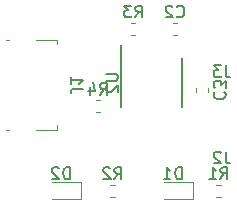
<source format=gbr>
G04 #@! TF.GenerationSoftware,KiCad,Pcbnew,5.1.6-c6e7f7d~87~ubuntu19.10.1*
G04 #@! TF.CreationDate,2020-11-06T01:06:48+01:00*
G04 #@! TF.ProjectId,board_attiny48_88,626f6172-645f-4617-9474-696e7934385f,rev?*
G04 #@! TF.SameCoordinates,Original*
G04 #@! TF.FileFunction,Legend,Bot*
G04 #@! TF.FilePolarity,Positive*
%FSLAX46Y46*%
G04 Gerber Fmt 4.6, Leading zero omitted, Abs format (unit mm)*
G04 Created by KiCad (PCBNEW 5.1.6-c6e7f7d~87~ubuntu19.10.1) date 2020-11-06 01:06:48*
%MOMM*%
%LPD*%
G01*
G04 APERTURE LIST*
%ADD10C,0.120000*%
%ADD11C,0.150000*%
G04 APERTURE END LIST*
D10*
X81275866Y-40793400D02*
X80933332Y-40793400D01*
X81275866Y-41813400D02*
X80933332Y-41813400D01*
D11*
X76554600Y-42697400D02*
X76554600Y-47947400D01*
X81704600Y-43797400D02*
X81704600Y-47947400D01*
D10*
X83939600Y-46649667D02*
X83939600Y-46307133D01*
X82919600Y-46649667D02*
X82919600Y-46307133D01*
X82614600Y-55732400D02*
X80154600Y-55732400D01*
X82614600Y-54262400D02*
X82614600Y-55732400D01*
X80154600Y-54262400D02*
X82614600Y-54262400D01*
X70679600Y-54268400D02*
X73139600Y-54268400D01*
X73139600Y-54268400D02*
X73139600Y-55738400D01*
X73139600Y-55738400D02*
X70679600Y-55738400D01*
X71153600Y-42238400D02*
X71153600Y-42618400D01*
X67103600Y-42238400D02*
X66843600Y-42238400D01*
X71153600Y-42238400D02*
X69383600Y-42238400D01*
X71153600Y-49858400D02*
X71153600Y-49478400D01*
X69383600Y-49858400D02*
X71153600Y-49858400D01*
X66843600Y-49858400D02*
X67103600Y-49858400D01*
X84975867Y-54487400D02*
X84633333Y-54487400D01*
X84975867Y-55507400D02*
X84633333Y-55507400D01*
X76000867Y-55513400D02*
X75658333Y-55513400D01*
X76000867Y-54493400D02*
X75658333Y-54493400D01*
X77775866Y-41813400D02*
X77433332Y-41813400D01*
X77775866Y-40793400D02*
X77433332Y-40793400D01*
X74775867Y-47343400D02*
X74433333Y-47343400D01*
X74775867Y-48363400D02*
X74433333Y-48363400D01*
D11*
X85412933Y-44395780D02*
X85412933Y-45110066D01*
X85460552Y-45252923D01*
X85555790Y-45348161D01*
X85698647Y-45395780D01*
X85793885Y-45395780D01*
X85031980Y-44395780D02*
X84412933Y-44395780D01*
X84746266Y-44776733D01*
X84603409Y-44776733D01*
X84508171Y-44824352D01*
X84460552Y-44871971D01*
X84412933Y-44967209D01*
X84412933Y-45205304D01*
X84460552Y-45300542D01*
X84508171Y-45348161D01*
X84603409Y-45395780D01*
X84889123Y-45395780D01*
X84984361Y-45348161D01*
X85031980Y-45300542D01*
X85412933Y-51695780D02*
X85412933Y-52410066D01*
X85460552Y-52552923D01*
X85555790Y-52648161D01*
X85698647Y-52695780D01*
X85793885Y-52695780D01*
X84984361Y-51791019D02*
X84936742Y-51743400D01*
X84841504Y-51695780D01*
X84603409Y-51695780D01*
X84508171Y-51743400D01*
X84460552Y-51791019D01*
X84412933Y-51886257D01*
X84412933Y-51981495D01*
X84460552Y-52124352D01*
X85031980Y-52695780D01*
X84412933Y-52695780D01*
X81271265Y-40230542D02*
X81318884Y-40278161D01*
X81461741Y-40325780D01*
X81556979Y-40325780D01*
X81699837Y-40278161D01*
X81795075Y-40182923D01*
X81842694Y-40087685D01*
X81890313Y-39897209D01*
X81890313Y-39754352D01*
X81842694Y-39563876D01*
X81795075Y-39468638D01*
X81699837Y-39373400D01*
X81556979Y-39325780D01*
X81461741Y-39325780D01*
X81318884Y-39373400D01*
X81271265Y-39421019D01*
X80890313Y-39421019D02*
X80842694Y-39373400D01*
X80747456Y-39325780D01*
X80509360Y-39325780D01*
X80414122Y-39373400D01*
X80366503Y-39421019D01*
X80318884Y-39516257D01*
X80318884Y-39611495D01*
X80366503Y-39754352D01*
X80937932Y-40325780D01*
X80318884Y-40325780D01*
X75281980Y-45110495D02*
X76091504Y-45110495D01*
X76186742Y-45158114D01*
X76234361Y-45205733D01*
X76281980Y-45300971D01*
X76281980Y-45491447D01*
X76234361Y-45586685D01*
X76186742Y-45634304D01*
X76091504Y-45681923D01*
X75281980Y-45681923D01*
X75377219Y-46110495D02*
X75329600Y-46158114D01*
X75281980Y-46253352D01*
X75281980Y-46491447D01*
X75329600Y-46586685D01*
X75377219Y-46634304D01*
X75472457Y-46681923D01*
X75567695Y-46681923D01*
X75710552Y-46634304D01*
X76281980Y-46062876D01*
X76281980Y-46681923D01*
X84502457Y-46645066D02*
X84454838Y-46692685D01*
X84407219Y-46835542D01*
X84407219Y-46930780D01*
X84454838Y-47073638D01*
X84550076Y-47168876D01*
X84645314Y-47216495D01*
X84835790Y-47264114D01*
X84978647Y-47264114D01*
X85169123Y-47216495D01*
X85264361Y-47168876D01*
X85359600Y-47073638D01*
X85407219Y-46930780D01*
X85407219Y-46835542D01*
X85359600Y-46692685D01*
X85311980Y-46645066D01*
X85407219Y-46311733D02*
X85407219Y-45692685D01*
X85026266Y-46026019D01*
X85026266Y-45883161D01*
X84978647Y-45787923D01*
X84931028Y-45740304D01*
X84835790Y-45692685D01*
X84597695Y-45692685D01*
X84502457Y-45740304D01*
X84454838Y-45787923D01*
X84407219Y-45883161D01*
X84407219Y-46168876D01*
X84454838Y-46264114D01*
X84502457Y-46311733D01*
X81692695Y-54019780D02*
X81692695Y-53019780D01*
X81454600Y-53019780D01*
X81311742Y-53067400D01*
X81216504Y-53162638D01*
X81168885Y-53257876D01*
X81121266Y-53448352D01*
X81121266Y-53591209D01*
X81168885Y-53781685D01*
X81216504Y-53876923D01*
X81311742Y-53972161D01*
X81454600Y-54019780D01*
X81692695Y-54019780D01*
X80168885Y-54019780D02*
X80740314Y-54019780D01*
X80454600Y-54019780D02*
X80454600Y-53019780D01*
X80549838Y-53162638D01*
X80645076Y-53257876D01*
X80740314Y-53305495D01*
X72217695Y-54025780D02*
X72217695Y-53025780D01*
X71979600Y-53025780D01*
X71836742Y-53073400D01*
X71741504Y-53168638D01*
X71693885Y-53263876D01*
X71646266Y-53454352D01*
X71646266Y-53597209D01*
X71693885Y-53787685D01*
X71741504Y-53882923D01*
X71836742Y-53978161D01*
X71979600Y-54025780D01*
X72217695Y-54025780D01*
X71265314Y-53121019D02*
X71217695Y-53073400D01*
X71122457Y-53025780D01*
X70884361Y-53025780D01*
X70789123Y-53073400D01*
X70741504Y-53121019D01*
X70693885Y-53216257D01*
X70693885Y-53311495D01*
X70741504Y-53454352D01*
X71312933Y-54025780D01*
X70693885Y-54025780D01*
X73291219Y-46381733D02*
X72576933Y-46381733D01*
X72434076Y-46429352D01*
X72338838Y-46524590D01*
X72291219Y-46667447D01*
X72291219Y-46762685D01*
X72291219Y-45381733D02*
X72291219Y-45953161D01*
X72291219Y-45667447D02*
X73291219Y-45667447D01*
X73148361Y-45762685D01*
X73053123Y-45857923D01*
X73005504Y-45953161D01*
X84971266Y-54019780D02*
X85304600Y-53543590D01*
X85542695Y-54019780D02*
X85542695Y-53019780D01*
X85161742Y-53019780D01*
X85066504Y-53067400D01*
X85018885Y-53115019D01*
X84971266Y-53210257D01*
X84971266Y-53353114D01*
X85018885Y-53448352D01*
X85066504Y-53495971D01*
X85161742Y-53543590D01*
X85542695Y-53543590D01*
X84018885Y-54019780D02*
X84590314Y-54019780D01*
X84304600Y-54019780D02*
X84304600Y-53019780D01*
X84399838Y-53162638D01*
X84495076Y-53257876D01*
X84590314Y-53305495D01*
X75996266Y-54025780D02*
X76329600Y-53549590D01*
X76567695Y-54025780D02*
X76567695Y-53025780D01*
X76186742Y-53025780D01*
X76091504Y-53073400D01*
X76043885Y-53121019D01*
X75996266Y-53216257D01*
X75996266Y-53359114D01*
X76043885Y-53454352D01*
X76091504Y-53501971D01*
X76186742Y-53549590D01*
X76567695Y-53549590D01*
X75615314Y-53121019D02*
X75567695Y-53073400D01*
X75472457Y-53025780D01*
X75234361Y-53025780D01*
X75139123Y-53073400D01*
X75091504Y-53121019D01*
X75043885Y-53216257D01*
X75043885Y-53311495D01*
X75091504Y-53454352D01*
X75662933Y-54025780D01*
X75043885Y-54025780D01*
X77771265Y-40325780D02*
X78104599Y-39849590D01*
X78342694Y-40325780D02*
X78342694Y-39325780D01*
X77961741Y-39325780D01*
X77866503Y-39373400D01*
X77818884Y-39421019D01*
X77771265Y-39516257D01*
X77771265Y-39659114D01*
X77818884Y-39754352D01*
X77866503Y-39801971D01*
X77961741Y-39849590D01*
X78342694Y-39849590D01*
X77437932Y-39325780D02*
X76818884Y-39325780D01*
X77152218Y-39706733D01*
X77009360Y-39706733D01*
X76914122Y-39754352D01*
X76866503Y-39801971D01*
X76818884Y-39897209D01*
X76818884Y-40135304D01*
X76866503Y-40230542D01*
X76914122Y-40278161D01*
X77009360Y-40325780D01*
X77295075Y-40325780D01*
X77390313Y-40278161D01*
X77437932Y-40230542D01*
X74771266Y-46875780D02*
X75104600Y-46399590D01*
X75342695Y-46875780D02*
X75342695Y-45875780D01*
X74961742Y-45875780D01*
X74866504Y-45923400D01*
X74818885Y-45971019D01*
X74771266Y-46066257D01*
X74771266Y-46209114D01*
X74818885Y-46304352D01*
X74866504Y-46351971D01*
X74961742Y-46399590D01*
X75342695Y-46399590D01*
X73914123Y-46209114D02*
X73914123Y-46875780D01*
X74152219Y-45828161D02*
X74390314Y-46542447D01*
X73771266Y-46542447D01*
M02*

</source>
